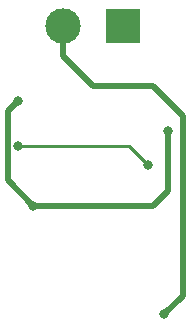
<source format=gbr>
%TF.GenerationSoftware,KiCad,Pcbnew,(6.0.10)*%
%TF.CreationDate,2023-02-16T14:37:26-08:00*%
%TF.ProjectId,lab4 task2,6c616234-2074-4617-936b-322e6b696361,rev?*%
%TF.SameCoordinates,Original*%
%TF.FileFunction,Copper,L2,Bot*%
%TF.FilePolarity,Positive*%
%FSLAX46Y46*%
G04 Gerber Fmt 4.6, Leading zero omitted, Abs format (unit mm)*
G04 Created by KiCad (PCBNEW (6.0.10)) date 2023-02-16 14:37:26*
%MOMM*%
%LPD*%
G01*
G04 APERTURE LIST*
%TA.AperFunction,ComponentPad*%
%ADD10R,3.000000X3.000000*%
%TD*%
%TA.AperFunction,ComponentPad*%
%ADD11C,3.000000*%
%TD*%
%TA.AperFunction,ViaPad*%
%ADD12C,0.800000*%
%TD*%
%TA.AperFunction,Conductor*%
%ADD13C,0.508000*%
%TD*%
%TA.AperFunction,Conductor*%
%ADD14C,0.254000*%
%TD*%
G04 APERTURE END LIST*
D10*
%TO.P,J1,1,Pin_1*%
%TO.N,+9V*%
X157480000Y-81280000D03*
D11*
%TO.P,J1,2,Pin_2*%
%TO.N,GND*%
X152400000Y-81280000D03*
%TD*%
D12*
%TO.N,+9V*%
X161290000Y-90170000D03*
%TO.N,/pin_2*%
X148590000Y-91440000D03*
X159655000Y-93075000D03*
%TO.N,GND*%
X160955000Y-105745000D03*
%TO.N,+9V*%
X149860000Y-96520000D03*
X148590000Y-87630000D03*
%TD*%
D13*
%TO.N,GND*%
X162560000Y-88900000D02*
X162560000Y-104140000D01*
X162560000Y-104140000D02*
X160955000Y-105745000D01*
X152400000Y-83820000D02*
X154940000Y-86360000D01*
X154940000Y-86360000D02*
X160020000Y-86360000D01*
X152400000Y-81280000D02*
X152400000Y-83820000D01*
X160020000Y-86360000D02*
X162560000Y-88900000D01*
%TO.N,+9V*%
X161290000Y-95250000D02*
X160020000Y-96520000D01*
X161290000Y-90170000D02*
X161290000Y-95250000D01*
X160020000Y-96520000D02*
X149860000Y-96520000D01*
X147736000Y-94396000D02*
X149860000Y-96520000D01*
X148590000Y-87630000D02*
X147736000Y-88484000D01*
X147736000Y-88484000D02*
X147736000Y-94396000D01*
D14*
%TO.N,/pin_2*%
X159655000Y-93075000D02*
X158020000Y-91440000D01*
X158020000Y-91440000D02*
X148590000Y-91440000D01*
%TD*%
M02*

</source>
